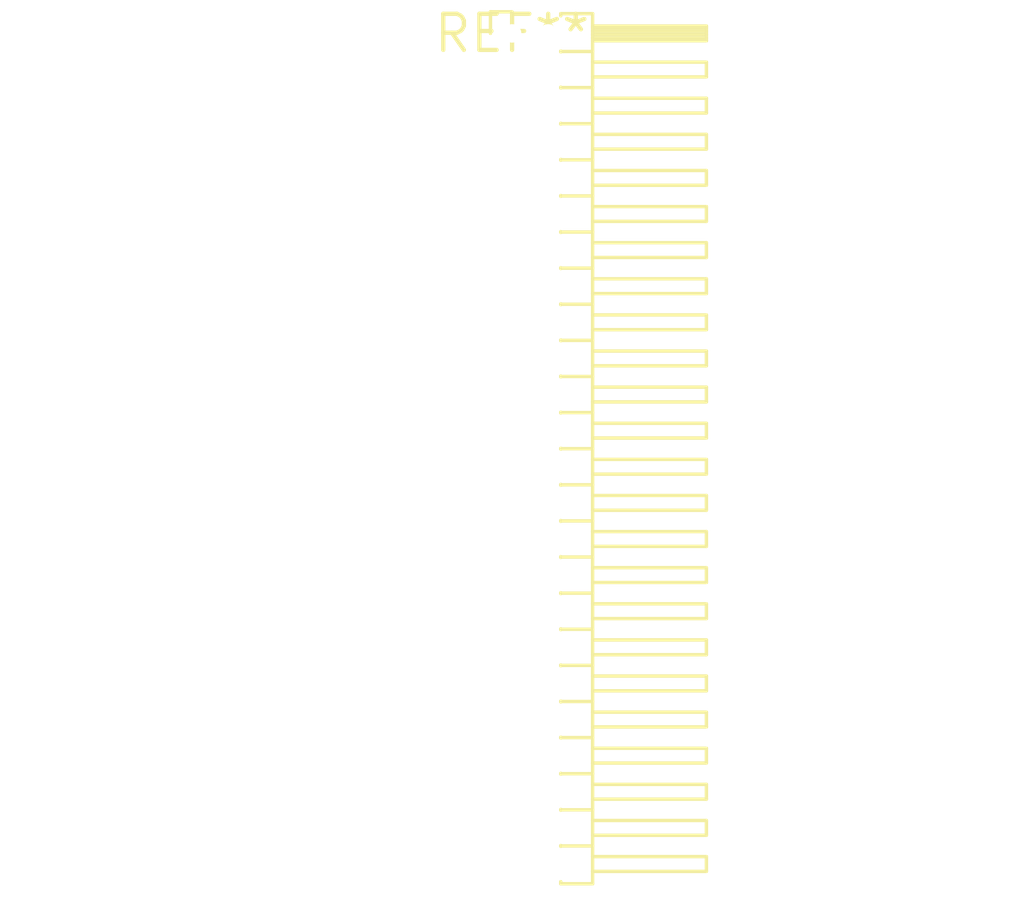
<source format=kicad_pcb>
(kicad_pcb (version 20240108) (generator pcbnew)
  (layers (0 "F.Cu" signal) (31 "B.Cu" signal) (34 "B.Paste" user) (35 "F.Paste" user) (36 "B.SilkS" user "B.Silkscreen") (37 "F.SilkS" user "F.Silkscreen") (38 "B.Mask" user) (39 "F.Mask" user) (44 "Edge.Cuts" user))
  (net 0 "")
  (footprint "PinHeader_2x24_P1.27mm_Horizontal" (layer "F.Cu") (at 0 0)
    (property "Reference" "REF**")
    (property "Value" "PinHeader_2x24_P1.27mm_Horizontal")
    (fp_line (start -0.76 -0.76) (end 0 -0.76) (layer "F.SilkS") (stroke (width 0.12)))
    (fp_line (start -0.76 0) (end -0.76 -0.76) (layer "F.SilkS") (stroke (width 0.12)))
    (fp_line (start 1.71 -0.695) (end 2.83 -0.695) (layer "F.SilkS") (stroke (width 0.12)))
    (fp_line (start 1.71 -0.619677) (end 1.71 -0.695) (layer "F.SilkS") (stroke (width 0.12)))
    (fp_line (start 1.71 0.619677) (end 1.71 0.650323) (layer "F.SilkS") (stroke (width 0.12)))
    (fp_line (start 1.71 0.635) (end 2.83 0.635) (layer "F.SilkS") (stroke (width 0.12)))
    (fp_line (start 1.71 1.889677) (end 1.71 1.920323) (layer "F.SilkS") (stroke (width 0.12)))
    (fp_line (start 1.71 1.905) (end 2.83 1.905) (layer "F.SilkS") (stroke (width 0.12)))
    (fp_line (start 1.71 3.159677) (end 1.71 3.190323) (layer "F.SilkS") (stroke (width 0.12)))
    (fp_line (start 1.71 3.175) (end 2.83 3.175) (layer "F.SilkS") (stroke (width 0.12)))
    (fp_line (start 1.71 4.429677) (end 1.71 4.460323) (layer "F.SilkS") (stroke (width 0.12)))
    (fp_line (start 1.71 4.445) (end 2.83 4.445) (layer "F.SilkS") (stroke (width 0.12)))
    (fp_line (start 1.71 5.699677) (end 1.71 5.730323) (layer "F.SilkS") (stroke (width 0.12)))
    (fp_line (start 1.71 5.715) (end 2.83 5.715) (layer "F.SilkS") (stroke (width 0.12)))
    (fp_line (start 1.71 6.969677) (end 1.71 7.000323) (layer "F.SilkS") (stroke (width 0.12)))
    (fp_line (start 1.71 6.985) (end 2.83 6.985) (layer "F.SilkS") (stroke (width 0.12)))
    (fp_line (start 1.71 8.239677) (end 1.71 8.270323) (layer "F.SilkS") (stroke (width 0.12)))
    (fp_line (start 1.71 8.255) (end 2.83 8.255) (layer "F.SilkS") (stroke (width 0.12)))
    (fp_line (start 1.71 9.509677) (end 1.71 9.540323) (layer "F.SilkS") (stroke (width 0.12)))
    (fp_line (start 1.71 9.525) (end 2.83 9.525) (layer "F.SilkS") (stroke (width 0.12)))
    (fp_line (start 1.71 10.779677) (end 1.71 10.810323) (layer "F.SilkS") (stroke (width 0.12)))
    (fp_line (start 1.71 10.795) (end 2.83 10.795) (layer "F.SilkS") (stroke (width 0.12)))
    (fp_line (start 1.71 12.049677) (end 1.71 12.080323) (layer "F.SilkS") (stroke (width 0.12)))
    (fp_line (start 1.71 12.065) (end 2.83 12.065) (layer "F.SilkS") (stroke (width 0.12)))
    (fp_line (start 1.71 13.319677) (end 1.71 13.350323) (layer "F.SilkS") (stroke (width 0.12)))
    (fp_line (start 1.71 13.335) (end 2.83 13.335) (layer "F.SilkS") (stroke (width 0.12)))
    (fp_line (start 1.71 14.589677) (end 1.71 14.620323) (layer "F.SilkS") (stroke (width 0.12)))
    (fp_line (start 1.71 14.605) (end 2.83 14.605) (layer "F.SilkS") (stroke (width 0.12)))
    (fp_line (start 1.71 15.859677) (end 1.71 15.890323) (layer "F.SilkS") (stroke (width 0.12)))
    (fp_line (start 1.71 15.875) (end 2.83 15.875) (layer "F.SilkS") (stroke (width 0.12)))
    (fp_line (start 1.71 17.129677) (end 1.71 17.160323) (layer "F.SilkS") (stroke (width 0.12)))
    (fp_line (start 1.71 17.145) (end 2.83 17.145) (layer "F.SilkS") (stroke (width 0.12)))
    (fp_line (start 1.71 18.399677) (end 1.71 18.430323) (layer "F.SilkS") (stroke (width 0.12)))
    (fp_line (start 1.71 18.415) (end 2.83 18.415) (layer "F.SilkS") (stroke (width 0.12)))
    (fp_line (start 1.71 19.669677) (end 1.71 19.700323) (layer "F.SilkS") (stroke (width 0.12)))
    (fp_line (start 1.71 19.685) (end 2.83 19.685) (layer "F.SilkS") (stroke (width 0.12)))
    (fp_line (start 1.71 20.939677) (end 1.71 20.970323) (layer "F.SilkS") (stroke (width 0.12)))
    (fp_line (start 1.71 20.955) (end 2.83 20.955) (layer "F.SilkS") (stroke (width 0.12)))
    (fp_line (start 1.71 22.209677) (end 1.71 22.240323) (layer "F.SilkS") (stroke (width 0.12)))
    (fp_line (start 1.71 22.225) (end 2.83 22.225) (layer "F.SilkS") (stroke (width 0.12)))
    (fp_line (start 1.71 23.479677) (end 1.71 23.510323) (layer "F.SilkS") (stroke (width 0.12)))
    (fp_line (start 1.71 23.495) (end 2.83 23.495) (layer "F.SilkS") (stroke (width 0.12)))
    (fp_line (start 1.71 24.749677) (end 1.71 24.780323) (layer "F.SilkS") (stroke (width 0.12)))
    (fp_line (start 1.71 24.765) (end 2.83 24.765) (layer "F.SilkS") (stroke (width 0.12)))
    (fp_line (start 1.71 26.019677) (end 1.71 26.050323) (layer "F.SilkS") (stroke (width 0.12)))
    (fp_line (start 1.71 26.035) (end 2.83 26.035) (layer "F.SilkS") (stroke (width 0.12)))
    (fp_line (start 1.71 27.289677) (end 1.71 27.320323) (layer "F.SilkS") (stroke (width 0.12)))
    (fp_line (start 1.71 27.305) (end 2.83 27.305) (layer "F.SilkS") (stroke (width 0.12)))
    (fp_line (start 1.71 28.559677) (end 1.71 28.590323) (layer "F.SilkS") (stroke (width 0.12)))
    (fp_line (start 1.71 28.575) (end 2.83 28.575) (layer "F.SilkS") (stroke (width 0.12)))
    (fp_line (start 1.71 29.905) (end 1.71 29.829677) (layer "F.SilkS") (stroke (width 0.12)))
    (fp_line (start 2.83 -0.695) (end 2.83 29.905) (layer "F.SilkS") (stroke (width 0.12)))
    (fp_line (start 2.83 -0.26) (end 6.83 -0.26) (layer "F.SilkS") (stroke (width 0.12)))
    (fp_line (start 2.83 -0.2) (end 6.83 -0.2) (layer "F.SilkS") (stroke (width 0.12)))
    (fp_line (start 2.83 -0.08) (end 6.83 -0.08) (layer "F.SilkS") (stroke (width 0.12)))
    (fp_line (start 2.83 0.04) (end 6.83 0.04) (layer "F.SilkS") (stroke (width 0.12)))
    (fp_line (start 2.83 0.16) (end 6.83 0.16) (layer "F.SilkS") (stroke (width 0.12)))
    (fp_line (start 2.83 1.01) (end 6.83 1.01) (layer "F.SilkS") (stroke (width 0.12)))
    (fp_line (start 2.83 2.28) (end 6.83 2.28) (layer "F.SilkS") (stroke (width 0.12)))
    (fp_line (start 2.83 3.55) (end 6.83 3.55) (layer "F.SilkS") (stroke (width 0.12)))
    (fp_line (start 2.83 4.82) (end 6.83 4.82) (layer "F.SilkS") (stroke (width 0.12)))
    (fp_line (start 2.83 6.09) (end 6.83 6.09) (layer "F.SilkS") (stroke (width 0.12)))
    (fp_line (start 2.83 7.36) (end 6.83 7.36) (layer "F.SilkS") (stroke (width 0.12)))
    (fp_line (start 2.83 8.63) (end 6.83 8.63) (layer "F.SilkS") (stroke (width 0.12)))
    (fp_line (start 2.83 9.9) (end 6.83 9.9) (layer "F.SilkS") (stroke (width 0.12)))
    (fp_line (start 2.83 11.17) (end 6.83 11.17) (layer "F.SilkS") (stroke (width 0.12)))
    (fp_line (start 2.83 12.44) (end 6.83 12.44) (layer "F.SilkS") (stroke (width 0.12)))
    (fp_line (start 2.83 13.71) (end 6.83 13.71) (layer "F.SilkS") (stroke (width 0.12)))
    (fp_line (start 2.83 14.98) (end 6.83 14.98) (layer "F.SilkS") (stroke (width 0.12)))
    (fp_line (start 2.83 16.25) (end 6.83 16.25) (layer "F.SilkS") (stroke (width 0.12)))
    (fp_line (start 2.83 17.52) (end 6.83 17.52) (layer "F.SilkS") (stroke (width 0.12)))
    (fp_line (start 2.83 18.79) (end 6.83 18.79) (layer "F.SilkS") (stroke (width 0.12)))
    (fp_line (start 2.83 20.06) (end 6.83 20.06) (layer "F.SilkS") (stroke (width 0.12)))
    (fp_line (start 2.83 21.33) (end 6.83 21.33) (layer "F.SilkS") (stroke (width 0.12)))
    (fp_line (start 2.83 22.6) (end 6.83 22.6) (layer "F.SilkS") (stroke (width 0.12)))
    (fp_line (start 2.83 23.87) (end 6.83 23.87) (layer "F.SilkS") (stroke (width 0.12)))
    (fp_line (start 2.83 25.14) (end 6.83 25.14) (layer "F.SilkS") (stroke (width 0.12)))
    (fp_line (start 2.83 26.41) (end 6.83 26.41) (layer "F.SilkS") (stroke (width 0.12)))
    (fp_line (start 2.83 27.68) (end 6.83 27.68) (layer "F.SilkS") (stroke (width 0.12)))
    (fp_line (start 2.83 28.95) (end 6.83 28.95) (layer "F.SilkS") (stroke (width 0.12)))
    (fp_line (start 2.83 29.905) (end 1.71 29.905) (layer "F.SilkS") (stroke (width 0.12)))
    (fp_line (start 6.83 -0.26) (end 6.83 0.26) (layer "F.SilkS") (stroke (width 0.12)))
    (fp_line (start 6.83 0.26) (end 2.83 0.26) (layer "F.SilkS") (stroke (width 0.12)))
    (fp_line (start 6.83 1.01) (end 6.83 1.53) (layer "F.SilkS") (stroke (width 0.12)))
    (fp_line (start 6.83 1.53) (end 2.83 1.53) (layer "F.SilkS") (stroke (width 0.12)))
    (fp_line (start 6.83 2.28) (end 6.83 2.8) (layer "F.SilkS") (stroke (width 0.12)))
    (fp_line (start 6.83 2.8) (end 2.83 2.8) (layer "F.SilkS") (stroke (width 0.12)))
    (fp_line (start 6.83 3.55) (end 6.83 4.07) (layer "F.SilkS") (stroke (width 0.12)))
    (fp_line (start 6.83 4.07) (end 2.83 4.07) (layer "F.SilkS") (stroke (width 0.12)))
    (fp_line (start 6.83 4.82) (end 6.83 5.34) (layer "F.SilkS") (stroke (width 0.12)))
    (fp_line (start 6.83 5.34) (end 2.83 5.34) (layer "F.SilkS") (stroke (width 0.12)))
    (fp_line (start 6.83 6.09) (end 6.83 6.61) (layer "F.SilkS") (stroke (width 0.12)))
    (fp_line (start 6.83 6.61) (end 2.83 6.61) (layer "F.SilkS") (stroke (width 0.12)))
    (fp_line (start 6.83 7.36) (end 6.83 7.88) (layer "F.SilkS") (stroke (width 0.12)))
    (fp_line (start 6.83 7.88) (end 2.83 7.88) (layer "F.SilkS") (stroke (width 0.12)))
    (fp_line (start 6.83 8.63) (end 6.83 9.15) (layer "F.SilkS") (stroke (width 0.12)))
    (fp_line (start 6.83 9.15) (end 2.83 9.15) (layer "F.SilkS") (stroke (width 0.12)))
    (fp_line (start 6.83 9.9) (end 6.83 10.42) (layer "F.SilkS") (stroke (width 0.12)))
    (fp_line (start 6.83 10.42) (end 2.83 10.42) (layer "F.SilkS") (stroke (width 0.12)))
    (fp_line (start 6.83 11.17) (end 6.83 11.69) (layer "F.SilkS") (stroke (width 0.12)))
    (fp_line (start 6.83 11.69) (end 2.83 11.69) (layer "F.SilkS") (stroke (width 0.12)))
    (fp_line (start 6.83 12.44) (end 6.83 12.96) (layer "F.SilkS") (stroke (width 0.12)))
    (fp_line (start 6.83 12.96) (end 2.83 12.96) (layer "F.SilkS") (stroke (width 0.12)))
    (fp_line (start 6.83 13.71) (end 6.83 14.23) (layer "F.SilkS") (stroke (width 0.12)))
    (fp_line (start 6.83 14.23) (end 2.83 14.23) (layer "F.SilkS") (stroke (width 0.12)))
    (fp_line (start 6.83 14.98) (end 6.83 15.5) (layer "F.SilkS") (stroke (width 0.12)))
    (fp_line (start 6.83 15.5) (end 2.83 15.5) (layer "F.SilkS") (stroke (width 0.12)))
    (fp_line (start 6.83 16.25) (end 6.83 16.77) (layer "F.SilkS") (stroke (width 0.12)))
    (fp_line (start 6.83 16.77) (end 2.83 16.77) (layer "F.SilkS") (stroke (width 0.12)))
    (fp_line (start 6.83 17.52) (end 6.83 18.04) (layer "F.SilkS") (stroke (width 0.12)))
    (fp_line (start 6.83 18.04) (end 2.83 18.04) (layer "F.SilkS") (stroke (width 0.12)))
    (fp_line (start 6.83 18.79) (end 6.83 19.31) (layer "F.SilkS") (stroke (width 0.12)))
    (fp_line (start 6.83 19.31) (end 2.83 19.31) (layer "F.SilkS") (stroke (width 0.12)))
    (fp_line (start 6.83 20.06) (end 6.83 20.58) (layer "F.SilkS") (stroke (width 0.12)))
    (fp_line (start 6.83 20.58) (end 2.83 20.58) (layer "F.SilkS") (stroke (width 0.12)))
    (fp_line (start 6.83 21.33) (end 6.83 21.85) (layer "F.SilkS") (stroke (width 0.12)))
    (fp_line (start 6.83 21.85) (end 2.83 21.85) (layer "F.SilkS") (stroke (width 0.12)))
    (fp_line (start 6.83 22.6) (end 6.83 23.12) (layer "F.SilkS") (stroke (width 0.12)))
    (fp_line (start 6.83 23.12) (end 2.83 23.12) (layer "F.SilkS") (stroke (width 0.12)))
    (fp_line (start 6.83 23.87) (end 6.83 24.39) (layer "F.SilkS") (stroke (width 0.12)))
    (fp_line (start 6.83 24.39) (end 2.83 24.39) (layer "F.SilkS") (stroke (width 0.12)))
    (fp_line (start 6.83 25.14) (end 6.83 25.66) (layer "F.SilkS") (stroke (width 0.12)))
    (fp_line (start 6.83 25.66) (end 2.83 25.66) (layer "F.SilkS") (stroke (width 0.12)))
    (fp_line (start 6.83 26.41) (end 6.83 26.93) (layer "F.SilkS") (stroke (width 0.12)))
    (fp_line (start 6.83 26.93) (end 2.83 26.93) (layer "F.SilkS") (stroke (width 0.12)))
    (fp_line (start 6.83 27.68) (end 6.83 28.2) (layer "F.SilkS") (stroke (width 0.12)))
    (fp_line (start 6.83 28.2) (end 2.83 28.2) (layer "F.SilkS") (stroke (width 0.12)))
    (fp_line (start 6.83 28.95) (end 6.83 29.47) (layer "F.SilkS") (stroke (width 0.12)))
    (fp_line (start 6.83 29.47) (end 2.83 29.47) (layer "F.SilkS") (stroke (width 0.12)))
    (pad "1" thru_hole rect (at 0 0) (size 1 1) (drill 0.65) (layers *.Cu *.Mask) (remove_unused_layers))
    (pad "2" thru_hole oval (at 1.27 0) (size 1 1) (drill 0.65) (layers *.Cu *.Mask) (remove_unused_layers))
    (pad "3" thru_hole oval (at 0 1.27) (size 1 1) (drill 0.65) (layers *.Cu *.Mask) (remove_unused_layers))
    (pad "4" thru_hole oval (at 1.27 1.27) (size 1 1) (drill 0.65) (layers *.Cu *.Mask) (remove_unused_layers))
    (pad "5" thru_hole oval (at 0 2.54) (size 1 1) (drill 0.65) (layers *.Cu *.Mask) (remove_unused_layers))
    (pad "6" thru_hole oval (at 1.27 2.54) (size 1 1) (drill 0.65) (layers *.Cu *.Mask) (remove_unused_layers))
    (pad "7" thru_hole oval (at 0 3.81) (size 1 1) (drill 0.65) (layers *.Cu *.Mask) (remove_unused_layers))
    (pad "8" thru_hole oval (at 1.27 3.81) (size 1 1) (drill 0.65) (layers *.Cu *.Mask) (remove_unused_layers))
    (pad "9" thru_hole oval (at 0 5.08) (size 1 1) (drill 0.65) (layers *.Cu *.Mask) (remove_unused_layers))
    (pad "10" thru_hole oval (at 1.27 5.08) (size 1 1) (drill 0.65) (layers *.Cu *.Mask) (remove_unused_layers))
    (pad "11" thru_hole oval (at 0 6.35) (size 1 1) (drill 0.65) (layers *.Cu *.Mask) (remove_unused_layers))
    (pad "12" thru_hole oval (at 1.27 6.35) (size 1 1) (drill 0.65) (layers *.Cu *.Mask) (remove_unused_layers))
    (pad "13" thru_hole oval (at 0 7.62) (size 1 1) (drill 0.65) (layers *.Cu *.Mask) (remove_unused_layers))
    (pad "14" thru_hole oval (at 1.27 7.62) (size 1 1) (drill 0.65) (layers *.Cu *.Mask) (remove_unused_layers))
    (pad "15" thru_hole oval (at 0 8.89) (size 1 1) (drill 0.65) (layers *.Cu *.Mask) (remove_unused_layers))
    (pad "16" thru_hole oval (at 1.27 8.89) (size 1 1) (drill 0.65) (layers *.Cu *.Mask) (remove_unused_layers))
    (pad "17" thru_hole oval (at 0 10.16) (size 1 1) (drill 0.65) (layers *.Cu *.Mask) (remove_unused_layers))
    (pad "18" thru_hole oval (at 1.27 10.16) (size 1 1) (drill 0.65) (layers *.Cu *.Mask) (remove_unused_layers))
    (pad "19" thru_hole oval (at 0 11.43) (size 1 1) (drill 0.65) (layers *.Cu *.Mask) (remove_unused_layers))
    (pad "20" thru_hole oval (at 1.27 11.43) (size 1 1) (drill 0.65) (layers *.Cu *.Mask) (remove_unused_layers))
    (pad "21" thru_hole oval (at 0 12.7) (size 1 1) (drill 0.65) (layers *.Cu *.Mask) (remove_unused_layers))
    (pad "22" thru_hole oval (at 1.27 12.7) (size 1 1) (drill 0.65) (layers *.Cu *.Mask) (remove_unused_layers))
    (pad "23" thru_hole oval (at 0 13.97) (size 1 1) (drill 0.65) (layers *.Cu *.Mask) (remove_unused_layers))
    (pad "24" thru_hole oval (at 1.27 13.97) (size 1 1) (drill 0.65) (layers *.Cu *.Mask) (remove_unused_layers))
    (pad "25" thru_hole oval (at 0 15.24) (size 1 1) (drill 0.65) (layers *.Cu *.Mask) (remove_unused_layers))
    (pad "26" thru_hole oval (at 1.27 15.24) (size 1 1) (drill 0.65) (layers *.Cu *.Mask) (remove_unused_layers))
    (pad "27" thru_hole oval (at 0 16.51) (size 1 1) (drill 0.65) (layers *.Cu *.Mask) (remove_unused_layers))
    (pad "28" thru_hole oval (at 1.27 16.51) (size 1 1) (drill 0.65) (layers *.Cu *.Mask) (remove_unused_layers))
    (pad "29" thru_hole oval (at 0 17.78) (size 1 1) (drill 0.65) (layers *.Cu *.Mask) (remove_unused_layers))
    (pad "30" thru_hole oval (at 1.27 17.78) (size 1 1) (drill 0.65) (layers *.Cu *.Mask) (remove_unused_layers))
    (pad "31" thru_hole oval (at 0 19.05) (size 1 1) (drill 0.65) (layers *.Cu *.Mask) (remove_unused_layers))
    (pad "32" thru_hole oval (at 1.27 19.05) (size 1 1) (drill 0.65) (layers *.Cu *.Mask) (remove_unused_layers))
    (pad "33" thru_hole oval (at 0 20.32) (size 1 1) (drill 0.65) (layers *.Cu *.Mask) (remove_unused_layers))
    (pad "34" thru_hole oval (at 1.27 20.32) (size 1 1) (drill 0.65) (layers *.Cu *.Mask) (remove_unused_layers))
    (pad "35" thru_hole oval (at 0 21.59) (size 1 1) (drill 0.65) (layers *.Cu *.Mask) (remove_unused_layers))
    (pad "36" thru_hole oval (at 1.27 21.59) (size 1 1) (drill 0.65) (layers *.Cu *.Mask) (remove_unused_layers))
    (pad "37" thru_hole oval (at 0 22.86) (size 1 1) (drill 0.65) (layers *.Cu *.Mask) (remove_unused_layers))
    (pad "38" thru_hole oval (at 1.27 22.86) (size 1 1) (drill 0.65) (layers *.Cu *.Mask) (remove_unused_layers))
    (pad "39" thru_hole oval (at 0 24.13) (size 1 1) (drill 0.65) (layers *.Cu *.Mask) (remove_unused_layers))
    (pad "40" thru_hole oval (at 1.27 24.13) (size 1 1) (drill 0.65) (layers *.Cu *.Mask) (remove_unused_layers))
    (pad "41" thru_hole oval (at 0 25.4) (size 1 1) (drill 0.65) (layers *.Cu *.Mask) (remove_unused_layers))
    (pad "42" thru_hole oval (at 1.27 25.4) (size 1 1) (drill 0.65) (layers *.Cu *.Mask) (remove_unused_layers))
    (pad "43" thru_hole oval (at 0 26.67) (size 1 1) (drill 0.65) (layers *.Cu *.Mask) (remove_unused_layers))
    (pad "44" thru_hole oval (at 1.27 26.67) (size 1 1) (drill 0.65) (layers *.Cu *.Mask) (remove_unused_layers))
    (pad "45" thru_hole oval (at 0 27.94) (size 1 1) (drill 0.65) (layers *.Cu *.Mask) (remove_unused_layers))
    (pad "46" thru_hole oval (at 1.27 27.94) (size 1 1) (drill 0.65) (layers *.Cu *.Mask) (remove_unused_layers))
    (pad "47" thru_hole oval (at 0 29.21) (size 1 1) (drill 0.65) (layers *.Cu *.Mask) (remove_unused_layers))
    (pad "48" thru_hole oval (at 1.27 29.21) (size 1 1) (drill 0.65) (layers *.Cu *.Mask) (remove_unused_layers))
  )
)
</source>
